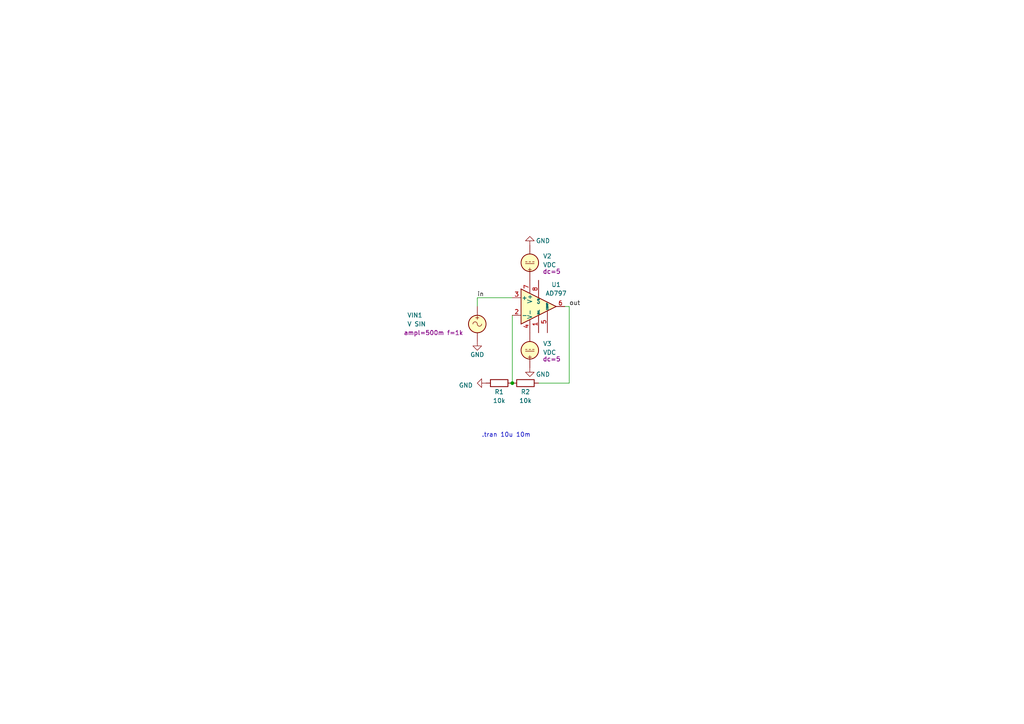
<source format=kicad_sch>
(kicad_sch (version 20221004) (generator eeschema)
  (paper "A4")
  (lib_symbols
    (symbol "Amplifier_Operational:AD797" (pin_names (offset 0.127))
      (property "Reference" "U" (at 1.27 6.35 0))
      (property "Value" "AD797" (at 1.27 3.81 0))
      (symbol "AD797_0_1"
        (polyline (pts (xy -5.08 5.08) (xy 5.08 0) (xy -5.08 -5.08) (xy -5.08 5.08)) (stroke (width 0.254)) (fill (type background)))
      )
      (symbol "AD797_1_1"
        (pin input line (at 0 -7.62 90) (length 5.08) (name "BAL") (number "1"))
        (pin input line (at -7.62 -2.54 0) (length 2.54) (name "-") (number "2"))
        (pin input line (at -7.62 2.54 0) (length 2.54) (name "+") (number "3"))
        (pin power_in line (at -2.54 -7.62 90) (length 3.81) (name "V-") (number "4"))
        (pin input line (at 2.54 -7.62 90) (length 6.35) (name "COMP") (number "5"))
        (pin output line (at 7.62 0 180) (length 2.54) (name "~") (number "6"))
        (pin power_in line (at -2.54 7.62 270) (length 3.81) (name "V+") (number "7"))
        (pin input line (at 0 7.62 270) (length 5.08) (name "C/B") (number "8"))
      )
    )
    (symbol "Device:R" (pin_numbers hide) (pin_names (offset 0))
      (property "Reference" "R" (at 2.032 0 90))
      (property "Value" "R" (at 0 0 90))
      (symbol "R_0_1"
        (rectangle (start -1.016 -2.54) (end 1.016 2.54) (stroke (width 0.254)))
      )
      (symbol "R_1_1"
        (pin passive line (at 0 3.81 270) (length 1.27) (name "~") (number "1"))
        (pin passive line (at 0 -3.81 90) (length 1.27) (name "~") (number "2"))
      )
    )
    (symbol "Simulation_SPICE:VDC" (pin_numbers hide) (pin_names (offset 0.0254))
      (property "Reference" "V" (at 2.54 2.54 0))
      (property "Value" "VDC" (at 2.54 0 0))
      (property "Spice_Model" "dc(1)" (at 2.54 -2.54 0))
      (symbol "VDC_0_0"
        (polyline (pts (xy -1.27 0.254) (xy 1.27 0.254)))
        (polyline (pts (xy -0.762 -0.254) (xy -1.27 -0.254)))
        (polyline (pts (xy 0.254 -0.254) (xy -0.254 -0.254)))
        (polyline (pts (xy 1.27 -0.254) (xy 0.762 -0.254)))
        (text "+" (at 0 1.905 0) (effects (font (size 1.27 1.27))))
      )
      (symbol "VDC_0_1"
        (circle (center 0 0) (radius 2.54) (stroke (width 0.254)) (fill (type background)))
      )
      (symbol "VDC_1_1"
        (pin passive line (at 0 5.08 270) (length 2.54) (name "~") (number "1"))
        (pin passive line (at 0 -5.08 90) (length 2.54) (name "~") (number "2"))
      )
    )
    (symbol "Simulation_SPICE:VSIN" (pin_numbers hide) (pin_names (offset 0.0254))
      (property "Reference" "V" (at 2.54 2.54 0))
      (property "Value" "VSIN" (at 2.54 0 0))
      (property "Spice_Model" "sin(0 1 1k)" (at 2.54 -2.54 0))
      (symbol "VSIN_0_0"
        (arc (start 0 0) (mid -0.635 0.6323) (end -1.27 0))
        (arc (start 0 0) (mid 0.635 -0.6323) (end 1.27 0))
        (text "+" (at 0 1.905 0) (effects (font (size 1.27 1.27))))
      )
      (symbol "VSIN_0_1"
        (circle (center 0 0) (radius 2.54) (stroke (width 0.254)) (fill (type background)))
      )
      (symbol "VSIN_1_1"
        (pin passive line (at 0 5.08 270) (length 2.54) (name "~") (number "1"))
        (pin passive line (at 0 -5.08 90) (length 2.54) (name "~") (number "2"))
      )
    )
    (symbol "power:GND" (power) (pin_names (offset 0))
      (property "Value" "GND" (at 0 -3.81 0))
      (symbol "GND_0_1"
        (polyline (pts (xy 0 0) (xy 0 -1.27) (xy 1.27 -1.27) (xy 0 -2.54) (xy -1.27 -1.27) (xy 0 -1.27)))
      )
      (symbol "GND_1_1"
        (pin power_in line (at 0 0 270) (length 0) hide (name "GND") (number "1"))
      )
    )
  )
  (junction (at 148.59 111.125))
  (wire (pts (xy 163.83 88.9) (xy 165.1 88.9)))
  (wire (pts (xy 138.43 88.9) (xy 138.43 86.36)))
  (wire (pts (xy 165.1 111.125) (xy 156.21 111.125)))
  (wire (pts (xy 165.1 88.9) (xy 165.1 111.125)))
  (wire (pts (xy 138.43 86.36) (xy 148.59 86.36)))
  (wire (pts (xy 148.59 91.44) (xy 148.59 111.125)))
  (text ".tran 10u 10m" (at 139.7 127 0) (effects (font (size 1.27 1.27)) (justify left bottom)))
  (label "in" (at 138.43 86.36 0))
  (label "out" (at 165.1 88.9 0))
  (symbol (lib_id "power:GND") (at 138.43 99.06 0) (unit 1)
    (property "Reference" "#PWR01" (effects hide))
    (property "Value" "GND" (at 138.43 102.87 0))
  )
  (symbol (lib_id "Simulation_SPICE:VDC") (at 153.67 101.6 180) (unit 1)
    (property "Reference" "V3" (at 157.48 99.695 0) (effects (justify right)))
    (property "Value" "VDC" (at 157.48 102.235 0) (effects (justify right)))
    (property "Sim.Device" "V" (effects hide))
    (property "Sim.Pins" "1 2" (effects hide))
    (property "Sim.Params" "dc=5" (at 160.02 104.14 0))
  )
  (symbol (lib_id "Device:R") (at 152.4 111.125 90) (unit 1)
    (property "Reference" "R2" (at 152.4 113.665 90))
    (property "Value" "10k" (at 152.4 116.205 90))
    (property "Sim.Device" "R" (effects hide))
  )
  (symbol (lib_id "power:GND") (at 153.67 106.68 0) (unit 1)
    (property "Reference" "#PWR04" (effects hide))
    (property "Value" "GND" (at 157.48 108.585 0))
  )
  (symbol (lib_id "Simulation_SPICE:VSIN") (at 138.43 93.98 0) (unit 1)
    (property "Reference" "VIN1" (at 118.11 91.44 0) (effects (justify left)))
    (property "Value" "${Sim.Device} ${Sim.Type}" (at 118.11 93.98 0) (effects (justify left)))
    (property "Sim.Device" "V" (effects hide))
    (property "Sim.Type" "SIN" (effects hide))
    (property "Sim.Params" "ampl=500m f=1k" (at 125.73 96.52 0))
  )
  (symbol (lib_id "Simulation_SPICE:VDC") (at 153.67 76.2 180) (unit 1)
    (property "Reference" "V2" (at 157.48 74.295 0) (effects (justify right)))
    (property "Value" "VDC" (at 157.48 76.835 0) (effects (justify right)))
    (property "Sim.Device" "V" (effects hide))
    (property "Sim.Pins" "1 2" (effects hide))
    (property "Sim.Params" "dc=5" (at 160.02 78.74 0))
  )
  (symbol (lib_id "Device:R") (at 144.78 111.125 90) (unit 1)
    (property "Reference" "R1" (at 144.78 113.665 90))
    (property "Value" "10k" (at 144.78 116.205 90))
    (property "Sim.Device" "R" (effects hide))
  )
  (symbol (lib_id "power:GND") (at 153.67 71.12 180) (unit 1)
    (property "Reference" "#PWR03" (effects hide))
    (property "Value" "GND" (at 157.48 69.85 0))
  )
  (symbol (lib_id "power:GND") (at 140.97 111.125 270) (unit 1)
    (property "Reference" "#PWR02" (effects hide))
    (property "Value" "GND" (at 137.16 111.76 90) (effects (justify right)))
  )
  (symbol (lib_id "Amplifier_Operational:AD797") (at 156.21 88.9 0) (unit 1)
    (property "Reference" "U1" (at 161.29 82.55 0))
    (property "Value" "AD797" (at 161.29 85.09 0))
    (property "Datasheet" "https://www.analog.com/media/en/technical-documentation/data-sheets/AD797.pdf" (effects hide))
    (property "Sim.Device" "SPICE" (effects hide))
    (property "Sim.Pins" "3 2 7 4 6 ~ ~ ~" (effects hide))
    (property "Sim.Params" "type=X model=uopamp_lvl2 lib=uopamp.lib.spice" (effects hide))
  )
)
</source>
